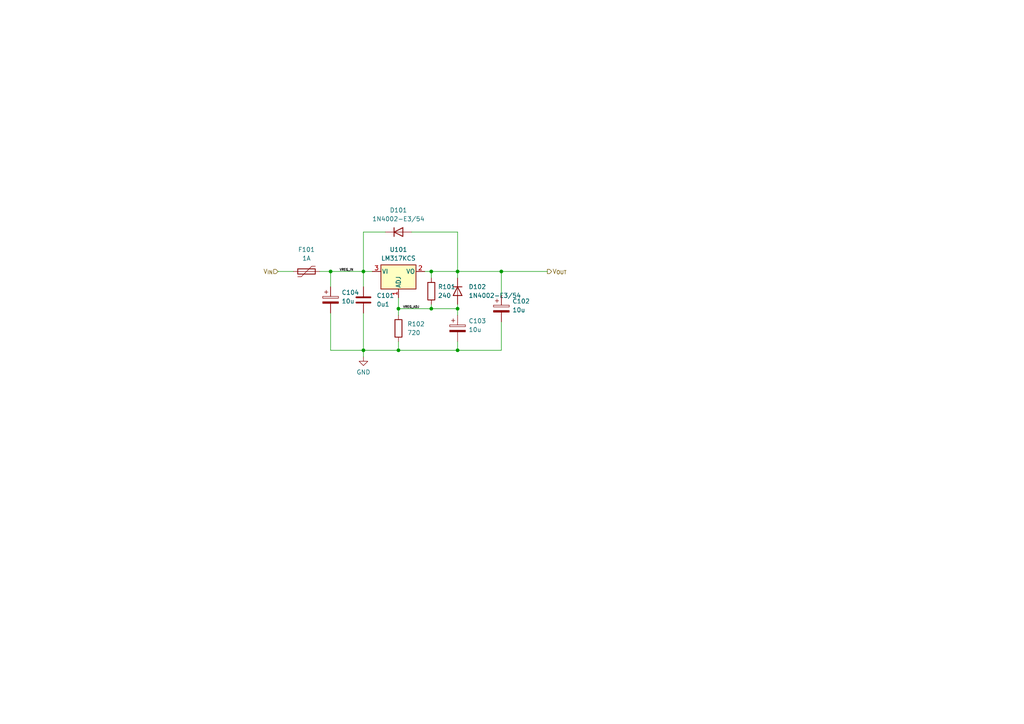
<source format=kicad_sch>
(kicad_sch (version 20211123) (generator eeschema)
  (paper "A4")
  (title_block (title "Eater 6502 - Backplane - Power Suplly") (date "2023-02-28") (rev "0") (company "Microcode.io"))
  (lib_symbols
    (symbol "Device:C" (pin_numbers hide) (pin_names (offset 0.254))
      (property "Reference" "C" (at 0.635 2.54 0))
      (property "Value" "C" (at 0.635 -2.54 0))
      (symbol "C_0_1"
        (polyline (pts (xy -2.032 -0.762) (xy 2.032 -0.762)) (stroke (width 0.508)))
        (polyline (pts (xy -2.032 0.762) (xy 2.032 0.762)) (stroke (width 0.508)))
      )
      (symbol "C_1_1"
        (pin passive line (at 0 3.81 270) (length 2.794) (name "~") (number "1"))
        (pin passive line (at 0 -3.81 90) (length 2.794) (name "~") (number "2"))
      )
    )
    (symbol "Device:C_Polarized" (pin_numbers hide) (pin_names (offset 0.254))
      (property "Reference" "C" (at 0.635 2.54 0))
      (property "Value" "C_Polarized" (at 0.635 -2.54 0))
      (symbol "C_Polarized_0_1"
        (rectangle (start -2.286 0.508) (end 2.286 1.016))
        (polyline (pts (xy -1.778 2.286) (xy -0.762 2.286)))
        (polyline (pts (xy -1.27 2.794) (xy -1.27 1.778)))
        (rectangle (start 2.286 -0.508) (end -2.286 -1.016) (fill (type outline)))
      )
      (symbol "C_Polarized_1_1"
        (pin passive line (at 0 3.81 270) (length 2.794) (name "~") (number "1"))
        (pin passive line (at 0 -3.81 90) (length 2.794) (name "~") (number "2"))
      )
    )
    (symbol "Device:Polyfuse" (pin_numbers hide) (pin_names (offset 0))
      (property "Reference" "F" (at -2.54 0 90))
      (property "Value" "Polyfuse" (at 2.54 0 90))
      (symbol "Polyfuse_0_1"
        (rectangle (start -0.762 2.54) (end 0.762 -2.54) (stroke (width 0.254)))
        (polyline (pts (xy 0 2.54) (xy 0 -2.54)))
        (polyline (pts (xy -1.524 2.54) (xy -1.524 1.524) (xy 1.524 -1.524) (xy 1.524 -2.54)))
      )
      (symbol "Polyfuse_1_1"
        (pin passive line (at 0 3.81 270) (length 1.27) (name "~") (number "1"))
        (pin passive line (at 0 -3.81 90) (length 1.27) (name "~") (number "2"))
      )
    )
    (symbol "Device:R" (pin_numbers hide) (pin_names (offset 0))
      (property "Reference" "R" (at 2.032 0 90))
      (property "Value" "R" (at 0 0 90))
      (symbol "R_0_1"
        (rectangle (start -1.016 -2.54) (end 1.016 2.54) (stroke (width 0.254)))
      )
      (symbol "R_1_1"
        (pin passive line (at 0 3.81 270) (length 1.27) (name "~") (number "1"))
        (pin passive line (at 0 -3.81 90) (length 1.27) (name "~") (number "2"))
      )
    )
    (symbol "Diode:1N4002" (pin_numbers hide) (pin_names hide)
      (property "Reference" "D" (at 0 2.54 0))
      (property "Value" "1N4002" (at 0 -2.54 0))
      (symbol "1N4002_0_1"
        (polyline (pts (xy -1.27 1.27) (xy -1.27 -1.27)) (stroke (width 0.254)))
        (polyline (pts (xy 1.27 0) (xy -1.27 0)))
        (polyline (pts (xy 1.27 1.27) (xy 1.27 -1.27) (xy -1.27 0) (xy 1.27 1.27)) (stroke (width 0.254)))
      )
      (symbol "1N4002_1_1"
        (pin passive line (at -3.81 0 0) (length 2.54) (name "K") (number "1"))
        (pin passive line (at 3.81 0 180) (length 2.54) (name "A") (number "2"))
      )
    )
    (symbol "Regulator_Linear:LM317_TO-252" (pin_names (offset 0.254))
      (property "Reference" "U" (at -3.81 3.175 0))
      (property "Value" "LM317_TO-252" (at 0 3.175 0))
      (symbol "LM317_TO-252_0_1"
        (rectangle (start -5.08 1.905) (end 5.08 -5.08) (stroke (width 0.254)) (fill (type background)))
      )
      (symbol "LM317_TO-252_1_1"
        (pin input line (at 0 -7.62 90) (length 2.54) (name "ADJ") (number "1"))
        (pin power_out line (at 7.62 0 180) (length 2.54) (name "VO") (number "2"))
        (pin power_in line (at -7.62 0 0) (length 2.54) (name "VI") (number "3"))
      )
    )
    (symbol "power:GND" (power) (pin_names (offset 0))
      (property "Value" "GND" (at 0 -3.81 0))
      (symbol "GND_0_1"
        (polyline (pts (xy 0 0) (xy 0 -1.27) (xy 1.27 -1.27) (xy 0 -2.54) (xy -1.27 -1.27) (xy 0 -1.27)))
      )
      (symbol "GND_1_1"
        (pin power_in line (at 0 0 270) (length 0) hide (name "GND") (number "1"))
      )
    )
  )
  (junction (at 132.715 89.535))
  (junction (at 132.715 78.74))
  (junction (at 115.57 89.535))
  (junction (at 95.885 78.74))
  (junction (at 115.57 101.6))
  (junction (at 105.41 78.74))
  (junction (at 145.415 78.74))
  (junction (at 125.095 89.535))
  (junction (at 125.095 78.74))
  (junction (at 105.41 101.6))
  (junction (at 132.715 101.6))
  (wire (pts (xy 92.71 78.74) (xy 95.885 78.74)))
  (wire (pts (xy 125.095 78.74) (xy 125.095 80.645)))
  (wire (pts (xy 119.38 67.31) (xy 132.715 67.31)))
  (wire (pts (xy 105.41 83.185) (xy 105.41 78.74)))
  (wire (pts (xy 105.41 67.31) (xy 105.41 78.74)))
  (wire (pts (xy 132.715 101.6) (xy 115.57 101.6)))
  (wire (pts (xy 105.41 101.6) (xy 105.41 103.505)))
  (wire (pts (xy 115.57 89.535) (xy 115.57 91.44)))
  (wire (pts (xy 145.415 101.6) (xy 132.715 101.6)))
  (wire (pts (xy 145.415 85.725) (xy 145.415 78.74)))
  (wire (pts (xy 115.57 86.36) (xy 115.57 89.535)))
  (wire (pts (xy 132.715 88.265) (xy 132.715 89.535)))
  (wire (pts (xy 95.885 78.74) (xy 95.885 83.185)))
  (wire (pts (xy 80.645 78.74) (xy 85.09 78.74)))
  (wire (pts (xy 132.715 78.74) (xy 132.715 80.645)))
  (wire (pts (xy 105.41 78.74) (xy 107.95 78.74)))
  (wire (pts (xy 95.885 78.74) (xy 105.41 78.74)))
  (wire (pts (xy 95.885 90.805) (xy 95.885 101.6)))
  (wire (pts (xy 145.415 78.74) (xy 158.75 78.74)))
  (wire (pts (xy 105.41 101.6) (xy 105.41 90.805)))
  (wire (pts (xy 125.095 78.74) (xy 132.715 78.74)))
  (wire (pts (xy 132.715 99.06) (xy 132.715 101.6)))
  (wire (pts (xy 145.415 93.345) (xy 145.415 101.6)))
  (wire (pts (xy 115.57 101.6) (xy 105.41 101.6)))
  (wire (pts (xy 111.76 67.31) (xy 105.41 67.31)))
  (wire (pts (xy 123.19 78.74) (xy 125.095 78.74)))
  (wire (pts (xy 132.715 67.31) (xy 132.715 78.74)))
  (wire (pts (xy 132.715 89.535) (xy 132.715 91.44)))
  (wire (pts (xy 115.57 99.06) (xy 115.57 101.6)))
  (wire (pts (xy 132.715 78.74) (xy 145.415 78.74)))
  (wire (pts (xy 125.095 88.265) (xy 125.095 89.535)))
  (wire (pts (xy 115.57 89.535) (xy 125.095 89.535)))
  (wire (pts (xy 125.095 89.535) (xy 132.715 89.535)))
  (wire (pts (xy 95.885 101.6) (xy 105.41 101.6)))
  (label "VREG_IN" (at 98.425 78.74 0) (effects (font (size 0.65 0.65))))
  (label "VREG_ADJ" (at 116.84 89.535 0) (effects (font (size 0.65 0.65))))
  (hierarchical_label "V_{OUT}" (shape output) (at 158.75 78.74 0))
  (hierarchical_label "V_{IN}" (shape input) (at 80.645 78.74 180))
  (symbol (lib_id "Device:R") (at 115.57 95.25 0) (unit 1)
    (property "Reference" "R102" (at 118.11 93.9799 0) (effects (justify left)))
    (property "Value" "720" (at 118.11 96.5199 0) (effects (justify left)))
    (property "Footprint" "Resistor_THT:R_Axial_DIN0207_L6.3mm_D2.5mm_P10.16mm_Horizontal" (effects hide))
    (property "Datasheet" "https://www.mouser.com/datasheet/2/447/YAGEO_MFR_datasheet_2021v1-3003041.pdf" (effects hide))
    (property "Manufacturer" "YAGEO" (effects hide))
    (property "Manufacturer Part Number" "MFR-25FTF52-720R" (effects hide))
    (property "Supplier" "Mouser" (effects hide))
    (property "Supplier Part Number" "603-MFR-25FTF52-720R" (effects hide))
  )
  (symbol (lib_id "power:GND") (at 105.41 103.505 0) (unit 1)
    (property "Reference" "#PWR0103" (effects hide))
    (property "Value" "GND" (at 105.41 107.95 0))
  )
  (symbol (lib_id "Device:C_Polarized") (at 95.885 86.995 0) (unit 1)
    (property "Reference" "C104" (at 99.06 84.8359 0) (effects (justify left)))
    (property "Value" "10u" (at 99.06 87.3759 0) (effects (justify left)))
    (property "Footprint" "Capacitor_THT:CP_Radial_D5.0mm_P2.00mm" (effects hide))
    (property "Datasheet" "https://www.mouser.com/datasheet/2/445/860010572002-3099364.pdf" (effects hide))
    (property "Manufacturer" "Wurth Elektronik" (effects hide))
    (property "Manufacturer Part Number" "860010572002" (effects hide))
    (property "Supplier" "Mouser" (effects hide))
    (property "Supplier Part Number" "710-860010572002" (effects hide))
  )
  (symbol (lib_id "Regulator_Linear:LM317_TO-252") (at 115.57 78.74 0) (unit 1)
    (property "Reference" "U101" (at 115.57 72.39 0))
    (property "Value" "LM317KCS" (at 115.57 74.93 0))
    (property "Footprint" "Package_TO_SOT_THT:TO-220-3_Vertical" (effects hide))
    (property "Datasheet" "https://www.ti.com/general/docs/suppproductinfo.tsp?distId=26&gotoUrl=https://www.ti.com/lit/gpn/lm317" (effects hide))
    (property "Manufacturer" "Texas Instruments" (effects hide))
    (property "Manufacturer Part Number" "LM317KCS" (effects hide))
    (property "Supplier" "Mouser" (effects hide))
    (property "Supplier Part Number" "595-LM317KCS" (effects hide))
  )
  (symbol (lib_id "Device:C") (at 105.41 86.995 0) (unit 1)
    (property "Reference" "C101" (at 109.22 85.7249 0) (effects (justify left)))
    (property "Value" "0u1" (at 109.22 88.2649 0) (effects (justify left)))
    (property "Footprint" "Capacitor_THT:C_Disc_D4.3mm_W1.9mm_P5.00mm" (effects hide))
    (property "Datasheet" "https://www.mouser.com/datasheet/2/427/kseries-1763315.pdf" (effects hide))
    (property "Manufacturer" "Vishay" (effects hide))
    (property "Manufacturer Part Number" "K104K15X7RF5TH5" (effects hide))
    (property "Supplier Part Number" "594-K104K15X7RF5TH5" (effects hide))
  )
  (symbol (lib_id "Diode:1N4002") (at 132.715 84.455 270) (unit 1)
    (property "Reference" "D102" (at 135.89 83.1849 90) (effects (justify left)))
    (property "Value" "1N4002-E3/54" (at 135.89 85.7249 90) (effects (justify left)))
    (property "Footprint" "Diode_THT:D_DO-41_SOD81_P10.16mm_Horizontal" (effects hide))
    (property "Datasheet" "https://www.mouser.com/datasheet/2/427/1n4001-1768050.pdf" (effects hide))
    (property "Manufacturer" "MDD（Microdiode Electronics）" (effects hide))
    (property "Manufacturer Part Number" "1N4002-E3/54" (effects hide))
    (property "Supplier" "Mouser" (effects hide))
    (property "Supplier Part Number" "625-1N4002-E3/54" (effects hide))
  )
  (symbol (lib_id "Diode:1N4002") (at 115.57 67.31 0) (unit 1)
    (property "Reference" "D101" (at 115.57 60.96 0))
    (property "Value" "1N4002-E3/54" (at 115.57 63.5 0))
    (property "Footprint" "Diode_THT:D_DO-41_SOD81_P10.16mm_Horizontal" (effects hide))
    (property "Datasheet" "https://www.mouser.com/datasheet/2/427/1n4001-1768050.pdf" (effects hide))
    (property "Manufacturer" "MDD（Microdiode Electronics）" (effects hide))
    (property "Manufacturer Part Number" "1N4002-E3/54" (effects hide))
    (property "Supplier" "Mouser" (effects hide))
    (property "Supplier Part Number" "625-1N4002-E3/54" (effects hide))
  )
  (symbol (lib_id "Device:R") (at 125.095 84.455 0) (unit 1)
    (property "Reference" "R101" (at 127 83.1849 0) (effects (justify left)))
    (property "Value" "240" (at 127 85.7249 0) (effects (justify left)))
    (property "Footprint" "Resistor_THT:R_Axial_DIN0207_L6.3mm_D2.5mm_P10.16mm_Horizontal" (effects hide))
    (property "Datasheet" "https://www.mouser.com/datasheet/2/427/sfr16s25-1762013.pdf" (effects hide))
    (property "Manufacturer" "Vishay" (effects hide))
    (property "Manufacturer Part Number" "SFR2500002400FR500" (effects hide))
    (property "Supplier" "Mouser" (effects hide))
    (property "Supplier Part Number" "594-5043ED240R0F" (effects hide))
  )
  (symbol (lib_id "Device:C_Polarized") (at 145.415 89.535 0) (unit 1)
    (property "Reference" "C102" (at 148.59 87.3759 0) (effects (justify left)))
    (property "Value" "10u" (at 148.59 89.9159 0) (effects (justify left)))
    (property "Footprint" "Capacitor_THT:CP_Radial_D5.0mm_P2.00mm" (effects hide))
    (property "Datasheet" "https://www.mouser.com/datasheet/2/445/860010572002-3099364.pdf" (effects hide))
    (property "Manufacturer" "Wurth Elektronik" (effects hide))
    (property "Manufacturer Part Number" "860010572002" (effects hide))
    (property "Supplier" "Mouser" (effects hide))
    (property "Supplier Part Number" "710-860010572002" (effects hide))
  )
  (symbol (lib_id "Device:Polyfuse") (at 88.9 78.74 90) (unit 1)
    (property "Reference" "F101" (at 88.9 72.39 90))
    (property "Value" "1A" (at 88.9 74.93 90))
    (property "Footprint" "Fuse:Fuse_BelFuse_0ZRE0025FF_L9.6mm_W3.8mm" (effects hide))
    (property "Datasheet" "https://www.mouser.com/datasheet/2/643/ds-CP-0zrm-series-1664109.pdf" (effects hide))
    (property "Manufacturer" "Bel" (effects hide))
    (property "Manufacturer Part Number" "0ZRM0050FF1E" (effects hide))
    (property "Supplier" "Mouser" (effects hide))
    (property "Supplier Part Number" "530-0ZRM0050FF1E" (effects hide))
  )
  (symbol (lib_id "Device:C_Polarized") (at 132.715 95.25 0) (unit 1)
    (property "Reference" "C103" (at 135.89 93.0909 0) (effects (justify left)))
    (property "Value" "10u" (at 135.89 95.6309 0) (effects (justify left)))
    (property "Footprint" "Capacitor_THT:CP_Radial_D5.0mm_P2.00mm" (effects hide))
    (property "Datasheet" "https://www.mouser.com/datasheet/2/445/860010572002-3099364.pdf" (effects hide))
    (property "Manufacturer" "Wurth Elektronik" (effects hide))
    (property "Manufacturer Part Number" "860010572002" (effects hide))
    (property "Supplier" "Mouser" (effects hide))
    (property "Supplier Part Number" "710-860010572002" (effects hide))
  )
)
</source>
